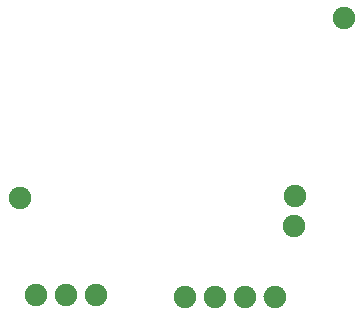
<source format=gtp>
G04 MADE WITH FRITZING*
G04 WWW.FRITZING.ORG*
G04 DOUBLE SIDED*
G04 HOLES PLATED*
G04 CONTOUR ON CENTER OF CONTOUR VECTOR*
%ASAXBY*%
%FSLAX23Y23*%
%MOIN*%
%OFA0B0*%
%SFA1.0B1.0*%
%ADD10C,0.075000*%
%ADD11R,0.000150X0.000150*%
%LNPASTEMASK1*%
G90*
G70*
G54D10*
X1044Y933D03*
X944Y933D03*
X844Y933D03*
X744Y933D03*
X1109Y1272D03*
X1108Y1172D03*
X193Y1263D03*
X1274Y1863D03*
X448Y940D03*
X348Y940D03*
X248Y940D03*
G54D11*
X1007Y933D03*
G04 End of PasteMask1*
M02*
</source>
